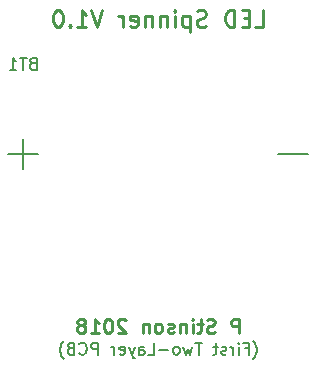
<source format=gbo>
G04 #@! TF.FileFunction,Legend,Bot*
%FSLAX46Y46*%
G04 Gerber Fmt 4.6, Leading zero omitted, Abs format (unit mm)*
G04 Created by KiCad (PCBNEW 4.0.7) date 06/15/18 16:22:59*
%MOMM*%
%LPD*%
G01*
G04 APERTURE LIST*
%ADD10C,0.100000*%
%ADD11C,0.200000*%
%ADD12C,0.250000*%
%ADD13C,0.150000*%
%ADD14R,3.000000X3.960000*%
G04 APERTURE END LIST*
D10*
D11*
X151533810Y-115133333D02*
X151581430Y-115085714D01*
X151676668Y-114942857D01*
X151724287Y-114847619D01*
X151771906Y-114704762D01*
X151819525Y-114466667D01*
X151819525Y-114276190D01*
X151771906Y-114038095D01*
X151724287Y-113895238D01*
X151676668Y-113800000D01*
X151581430Y-113657143D01*
X151533810Y-113609524D01*
X150819524Y-114228571D02*
X151152858Y-114228571D01*
X151152858Y-114752381D02*
X151152858Y-113752381D01*
X150676667Y-113752381D01*
X150295715Y-114752381D02*
X150295715Y-114085714D01*
X150295715Y-113752381D02*
X150343334Y-113800000D01*
X150295715Y-113847619D01*
X150248096Y-113800000D01*
X150295715Y-113752381D01*
X150295715Y-113847619D01*
X149819525Y-114752381D02*
X149819525Y-114085714D01*
X149819525Y-114276190D02*
X149771906Y-114180952D01*
X149724287Y-114133333D01*
X149629049Y-114085714D01*
X149533810Y-114085714D01*
X149248096Y-114704762D02*
X149152858Y-114752381D01*
X148962382Y-114752381D01*
X148867143Y-114704762D01*
X148819524Y-114609524D01*
X148819524Y-114561905D01*
X148867143Y-114466667D01*
X148962382Y-114419048D01*
X149105239Y-114419048D01*
X149200477Y-114371429D01*
X149248096Y-114276190D01*
X149248096Y-114228571D01*
X149200477Y-114133333D01*
X149105239Y-114085714D01*
X148962382Y-114085714D01*
X148867143Y-114133333D01*
X148533810Y-114085714D02*
X148152858Y-114085714D01*
X148390953Y-113752381D02*
X148390953Y-114609524D01*
X148343334Y-114704762D01*
X148248096Y-114752381D01*
X148152858Y-114752381D01*
X147200476Y-113752381D02*
X146629047Y-113752381D01*
X146914762Y-114752381D02*
X146914762Y-113752381D01*
X146390952Y-114085714D02*
X146200476Y-114752381D01*
X146009999Y-114276190D01*
X145819523Y-114752381D01*
X145629047Y-114085714D01*
X145105238Y-114752381D02*
X145200476Y-114704762D01*
X145248095Y-114657143D01*
X145295714Y-114561905D01*
X145295714Y-114276190D01*
X145248095Y-114180952D01*
X145200476Y-114133333D01*
X145105238Y-114085714D01*
X144962380Y-114085714D01*
X144867142Y-114133333D01*
X144819523Y-114180952D01*
X144771904Y-114276190D01*
X144771904Y-114561905D01*
X144819523Y-114657143D01*
X144867142Y-114704762D01*
X144962380Y-114752381D01*
X145105238Y-114752381D01*
X144343333Y-114371429D02*
X143581428Y-114371429D01*
X142629047Y-114752381D02*
X143105238Y-114752381D01*
X143105238Y-113752381D01*
X141867142Y-114752381D02*
X141867142Y-114228571D01*
X141914761Y-114133333D01*
X142009999Y-114085714D01*
X142200476Y-114085714D01*
X142295714Y-114133333D01*
X141867142Y-114704762D02*
X141962380Y-114752381D01*
X142200476Y-114752381D01*
X142295714Y-114704762D01*
X142343333Y-114609524D01*
X142343333Y-114514286D01*
X142295714Y-114419048D01*
X142200476Y-114371429D01*
X141962380Y-114371429D01*
X141867142Y-114323810D01*
X141486190Y-114085714D02*
X141248095Y-114752381D01*
X141009999Y-114085714D02*
X141248095Y-114752381D01*
X141343333Y-114990476D01*
X141390952Y-115038095D01*
X141486190Y-115085714D01*
X140248094Y-114704762D02*
X140343332Y-114752381D01*
X140533809Y-114752381D01*
X140629047Y-114704762D01*
X140676666Y-114609524D01*
X140676666Y-114228571D01*
X140629047Y-114133333D01*
X140533809Y-114085714D01*
X140343332Y-114085714D01*
X140248094Y-114133333D01*
X140200475Y-114228571D01*
X140200475Y-114323810D01*
X140676666Y-114419048D01*
X139771904Y-114752381D02*
X139771904Y-114085714D01*
X139771904Y-114276190D02*
X139724285Y-114180952D01*
X139676666Y-114133333D01*
X139581428Y-114085714D01*
X139486189Y-114085714D01*
X138390951Y-114752381D02*
X138390951Y-113752381D01*
X138009998Y-113752381D01*
X137914760Y-113800000D01*
X137867141Y-113847619D01*
X137819522Y-113942857D01*
X137819522Y-114085714D01*
X137867141Y-114180952D01*
X137914760Y-114228571D01*
X138009998Y-114276190D01*
X138390951Y-114276190D01*
X136819522Y-114657143D02*
X136867141Y-114704762D01*
X137009998Y-114752381D01*
X137105236Y-114752381D01*
X137248094Y-114704762D01*
X137343332Y-114609524D01*
X137390951Y-114514286D01*
X137438570Y-114323810D01*
X137438570Y-114180952D01*
X137390951Y-113990476D01*
X137343332Y-113895238D01*
X137248094Y-113800000D01*
X137105236Y-113752381D01*
X137009998Y-113752381D01*
X136867141Y-113800000D01*
X136819522Y-113847619D01*
X136057617Y-114228571D02*
X135914760Y-114276190D01*
X135867141Y-114323810D01*
X135819522Y-114419048D01*
X135819522Y-114561905D01*
X135867141Y-114657143D01*
X135914760Y-114704762D01*
X136009998Y-114752381D01*
X136390951Y-114752381D01*
X136390951Y-113752381D01*
X136057617Y-113752381D01*
X135962379Y-113800000D01*
X135914760Y-113847619D01*
X135867141Y-113942857D01*
X135867141Y-114038095D01*
X135914760Y-114133333D01*
X135962379Y-114180952D01*
X136057617Y-114228571D01*
X136390951Y-114228571D01*
X135486189Y-115133333D02*
X135438570Y-115085714D01*
X135343332Y-114942857D01*
X135295713Y-114847619D01*
X135248094Y-114704762D01*
X135200475Y-114466667D01*
X135200475Y-114276190D01*
X135248094Y-114038095D01*
X135295713Y-113895238D01*
X135343332Y-113800000D01*
X135438570Y-113657143D01*
X135486189Y-113609524D01*
D12*
X150338571Y-112937857D02*
X150338571Y-111737857D01*
X149881428Y-111737857D01*
X149767142Y-111795000D01*
X149709999Y-111852143D01*
X149652856Y-111966429D01*
X149652856Y-112137857D01*
X149709999Y-112252143D01*
X149767142Y-112309286D01*
X149881428Y-112366429D01*
X150338571Y-112366429D01*
X148281428Y-112880714D02*
X148109999Y-112937857D01*
X147824285Y-112937857D01*
X147709999Y-112880714D01*
X147652856Y-112823571D01*
X147595713Y-112709286D01*
X147595713Y-112595000D01*
X147652856Y-112480714D01*
X147709999Y-112423571D01*
X147824285Y-112366429D01*
X148052856Y-112309286D01*
X148167142Y-112252143D01*
X148224285Y-112195000D01*
X148281428Y-112080714D01*
X148281428Y-111966429D01*
X148224285Y-111852143D01*
X148167142Y-111795000D01*
X148052856Y-111737857D01*
X147767142Y-111737857D01*
X147595713Y-111795000D01*
X147252856Y-112137857D02*
X146795713Y-112137857D01*
X147081428Y-111737857D02*
X147081428Y-112766429D01*
X147024285Y-112880714D01*
X146909999Y-112937857D01*
X146795713Y-112937857D01*
X146395714Y-112937857D02*
X146395714Y-112137857D01*
X146395714Y-111737857D02*
X146452857Y-111795000D01*
X146395714Y-111852143D01*
X146338571Y-111795000D01*
X146395714Y-111737857D01*
X146395714Y-111852143D01*
X145824285Y-112137857D02*
X145824285Y-112937857D01*
X145824285Y-112252143D02*
X145767142Y-112195000D01*
X145652856Y-112137857D01*
X145481428Y-112137857D01*
X145367142Y-112195000D01*
X145309999Y-112309286D01*
X145309999Y-112937857D01*
X144795714Y-112880714D02*
X144681428Y-112937857D01*
X144452856Y-112937857D01*
X144338571Y-112880714D01*
X144281428Y-112766429D01*
X144281428Y-112709286D01*
X144338571Y-112595000D01*
X144452856Y-112537857D01*
X144624285Y-112537857D01*
X144738571Y-112480714D01*
X144795714Y-112366429D01*
X144795714Y-112309286D01*
X144738571Y-112195000D01*
X144624285Y-112137857D01*
X144452856Y-112137857D01*
X144338571Y-112195000D01*
X143595713Y-112937857D02*
X143709999Y-112880714D01*
X143767142Y-112823571D01*
X143824285Y-112709286D01*
X143824285Y-112366429D01*
X143767142Y-112252143D01*
X143709999Y-112195000D01*
X143595713Y-112137857D01*
X143424285Y-112137857D01*
X143309999Y-112195000D01*
X143252856Y-112252143D01*
X143195713Y-112366429D01*
X143195713Y-112709286D01*
X143252856Y-112823571D01*
X143309999Y-112880714D01*
X143424285Y-112937857D01*
X143595713Y-112937857D01*
X142681428Y-112137857D02*
X142681428Y-112937857D01*
X142681428Y-112252143D02*
X142624285Y-112195000D01*
X142509999Y-112137857D01*
X142338571Y-112137857D01*
X142224285Y-112195000D01*
X142167142Y-112309286D01*
X142167142Y-112937857D01*
X140738571Y-111852143D02*
X140681428Y-111795000D01*
X140567142Y-111737857D01*
X140281428Y-111737857D01*
X140167142Y-111795000D01*
X140109999Y-111852143D01*
X140052856Y-111966429D01*
X140052856Y-112080714D01*
X140109999Y-112252143D01*
X140795713Y-112937857D01*
X140052856Y-112937857D01*
X139309999Y-111737857D02*
X139195714Y-111737857D01*
X139081428Y-111795000D01*
X139024285Y-111852143D01*
X138967142Y-111966429D01*
X138909999Y-112195000D01*
X138909999Y-112480714D01*
X138967142Y-112709286D01*
X139024285Y-112823571D01*
X139081428Y-112880714D01*
X139195714Y-112937857D01*
X139309999Y-112937857D01*
X139424285Y-112880714D01*
X139481428Y-112823571D01*
X139538571Y-112709286D01*
X139595714Y-112480714D01*
X139595714Y-112195000D01*
X139538571Y-111966429D01*
X139481428Y-111852143D01*
X139424285Y-111795000D01*
X139309999Y-111737857D01*
X137767142Y-112937857D02*
X138452857Y-112937857D01*
X138109999Y-112937857D02*
X138109999Y-111737857D01*
X138224285Y-111909286D01*
X138338571Y-112023571D01*
X138452857Y-112080714D01*
X137081428Y-112252143D02*
X137195714Y-112195000D01*
X137252857Y-112137857D01*
X137310000Y-112023571D01*
X137310000Y-111966429D01*
X137252857Y-111852143D01*
X137195714Y-111795000D01*
X137081428Y-111737857D01*
X136852857Y-111737857D01*
X136738571Y-111795000D01*
X136681428Y-111852143D01*
X136624285Y-111966429D01*
X136624285Y-112023571D01*
X136681428Y-112137857D01*
X136738571Y-112195000D01*
X136852857Y-112252143D01*
X137081428Y-112252143D01*
X137195714Y-112309286D01*
X137252857Y-112366429D01*
X137310000Y-112480714D01*
X137310000Y-112709286D01*
X137252857Y-112823571D01*
X137195714Y-112880714D01*
X137081428Y-112937857D01*
X136852857Y-112937857D01*
X136738571Y-112880714D01*
X136681428Y-112823571D01*
X136624285Y-112709286D01*
X136624285Y-112480714D01*
X136681428Y-112366429D01*
X136738571Y-112309286D01*
X136852857Y-112252143D01*
X151676667Y-86993333D02*
X152343334Y-86993333D01*
X152343334Y-85593333D01*
X151210001Y-86260000D02*
X150743334Y-86260000D01*
X150543334Y-86993333D02*
X151210001Y-86993333D01*
X151210001Y-85593333D01*
X150543334Y-85593333D01*
X149943334Y-86993333D02*
X149943334Y-85593333D01*
X149610000Y-85593333D01*
X149410000Y-85660000D01*
X149276667Y-85793333D01*
X149210000Y-85926667D01*
X149143334Y-86193333D01*
X149143334Y-86393333D01*
X149210000Y-86660000D01*
X149276667Y-86793333D01*
X149410000Y-86926667D01*
X149610000Y-86993333D01*
X149943334Y-86993333D01*
X147543333Y-86926667D02*
X147343333Y-86993333D01*
X147010000Y-86993333D01*
X146876667Y-86926667D01*
X146810000Y-86860000D01*
X146743333Y-86726667D01*
X146743333Y-86593333D01*
X146810000Y-86460000D01*
X146876667Y-86393333D01*
X147010000Y-86326667D01*
X147276667Y-86260000D01*
X147410000Y-86193333D01*
X147476667Y-86126667D01*
X147543333Y-85993333D01*
X147543333Y-85860000D01*
X147476667Y-85726667D01*
X147410000Y-85660000D01*
X147276667Y-85593333D01*
X146943333Y-85593333D01*
X146743333Y-85660000D01*
X146143334Y-86060000D02*
X146143334Y-87460000D01*
X146143334Y-86126667D02*
X146010000Y-86060000D01*
X145743334Y-86060000D01*
X145610000Y-86126667D01*
X145543334Y-86193333D01*
X145476667Y-86326667D01*
X145476667Y-86726667D01*
X145543334Y-86860000D01*
X145610000Y-86926667D01*
X145743334Y-86993333D01*
X146010000Y-86993333D01*
X146143334Y-86926667D01*
X144876667Y-86993333D02*
X144876667Y-86060000D01*
X144876667Y-85593333D02*
X144943333Y-85660000D01*
X144876667Y-85726667D01*
X144810000Y-85660000D01*
X144876667Y-85593333D01*
X144876667Y-85726667D01*
X144210000Y-86060000D02*
X144210000Y-86993333D01*
X144210000Y-86193333D02*
X144143333Y-86126667D01*
X144010000Y-86060000D01*
X143810000Y-86060000D01*
X143676666Y-86126667D01*
X143610000Y-86260000D01*
X143610000Y-86993333D01*
X142943333Y-86060000D02*
X142943333Y-86993333D01*
X142943333Y-86193333D02*
X142876666Y-86126667D01*
X142743333Y-86060000D01*
X142543333Y-86060000D01*
X142409999Y-86126667D01*
X142343333Y-86260000D01*
X142343333Y-86993333D01*
X141143332Y-86926667D02*
X141276666Y-86993333D01*
X141543332Y-86993333D01*
X141676666Y-86926667D01*
X141743332Y-86793333D01*
X141743332Y-86260000D01*
X141676666Y-86126667D01*
X141543332Y-86060000D01*
X141276666Y-86060000D01*
X141143332Y-86126667D01*
X141076666Y-86260000D01*
X141076666Y-86393333D01*
X141743332Y-86526667D01*
X140476666Y-86993333D02*
X140476666Y-86060000D01*
X140476666Y-86326667D02*
X140409999Y-86193333D01*
X140343332Y-86126667D01*
X140209999Y-86060000D01*
X140076666Y-86060000D01*
X138743332Y-85593333D02*
X138276665Y-86993333D01*
X137809998Y-85593333D01*
X136609998Y-86993333D02*
X137409998Y-86993333D01*
X137009998Y-86993333D02*
X137009998Y-85593333D01*
X137143332Y-85793333D01*
X137276665Y-85926667D01*
X137409998Y-85993333D01*
X136009999Y-86860000D02*
X135943332Y-86926667D01*
X136009999Y-86993333D01*
X136076665Y-86926667D01*
X136009999Y-86860000D01*
X136009999Y-86993333D01*
X135076665Y-85593333D02*
X134943332Y-85593333D01*
X134809998Y-85660000D01*
X134743332Y-85726667D01*
X134676665Y-85860000D01*
X134609998Y-86126667D01*
X134609998Y-86460000D01*
X134676665Y-86726667D01*
X134743332Y-86860000D01*
X134809998Y-86926667D01*
X134943332Y-86993333D01*
X135076665Y-86993333D01*
X135209998Y-86926667D01*
X135276665Y-86860000D01*
X135343332Y-86726667D01*
X135409998Y-86460000D01*
X135409998Y-86126667D01*
X135343332Y-85860000D01*
X135276665Y-85726667D01*
X135209998Y-85660000D01*
X135076665Y-85593333D01*
D13*
X156210000Y-97790000D02*
X153670000Y-97790000D01*
X133350000Y-97790000D02*
X130810000Y-97790000D01*
X132080000Y-96520000D02*
X132080000Y-99060000D01*
X132865714Y-90098571D02*
X132722857Y-90146190D01*
X132675238Y-90193810D01*
X132627619Y-90289048D01*
X132627619Y-90431905D01*
X132675238Y-90527143D01*
X132722857Y-90574762D01*
X132818095Y-90622381D01*
X133199048Y-90622381D01*
X133199048Y-89622381D01*
X132865714Y-89622381D01*
X132770476Y-89670000D01*
X132722857Y-89717619D01*
X132675238Y-89812857D01*
X132675238Y-89908095D01*
X132722857Y-90003333D01*
X132770476Y-90050952D01*
X132865714Y-90098571D01*
X133199048Y-90098571D01*
X132341905Y-89622381D02*
X131770476Y-89622381D01*
X132056191Y-90622381D02*
X132056191Y-89622381D01*
X130913333Y-90622381D02*
X131484762Y-90622381D01*
X131199048Y-90622381D02*
X131199048Y-89622381D01*
X131294286Y-89765238D01*
X131389524Y-89860476D01*
X131484762Y-89908095D01*
%LPC*%
D14*
X128860000Y-100330000D03*
X158160000Y-100330000D03*
M02*

</source>
